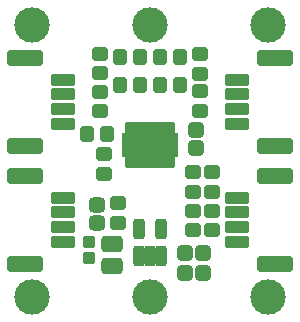
<source format=gbr>
%TF.GenerationSoftware,KiCad,Pcbnew,7.0.10-7.0.10~ubuntu23.04.1*%
%TF.CreationDate,2024-02-12T20:34:04+00:00*%
%TF.ProjectId,TFI2CADT01,54464932-4341-4445-9430-312e6b696361,rev?*%
%TF.SameCoordinates,PX7a53eb0PY6e37550*%
%TF.FileFunction,Soldermask,Bot*%
%TF.FilePolarity,Negative*%
%FSLAX46Y46*%
G04 Gerber Fmt 4.6, Leading zero omitted, Abs format (unit mm)*
G04 Created by KiCad (PCBNEW 7.0.10-7.0.10~ubuntu23.04.1) date 2024-02-12 20:34:04*
%MOMM*%
%LPD*%
G01*
G04 APERTURE LIST*
G04 Aperture macros list*
%AMRoundRect*
0 Rectangle with rounded corners*
0 $1 Rounding radius*
0 $2 $3 $4 $5 $6 $7 $8 $9 X,Y pos of 4 corners*
0 Add a 4 corners polygon primitive as box body*
4,1,4,$2,$3,$4,$5,$6,$7,$8,$9,$2,$3,0*
0 Add four circle primitives for the rounded corners*
1,1,$1+$1,$2,$3*
1,1,$1+$1,$4,$5*
1,1,$1+$1,$6,$7*
1,1,$1+$1,$8,$9*
0 Add four rect primitives between the rounded corners*
20,1,$1+$1,$2,$3,$4,$5,0*
20,1,$1+$1,$4,$5,$6,$7,0*
20,1,$1+$1,$6,$7,$8,$9,0*
20,1,$1+$1,$8,$9,$2,$3,0*%
G04 Aperture macros list end*
%ADD10C,3.000000*%
%ADD11RoundRect,0.300000X0.300000X0.375000X-0.300000X0.375000X-0.300000X-0.375000X0.300000X-0.375000X0*%
%ADD12RoundRect,0.318750X-0.356250X0.318750X-0.356250X-0.318750X0.356250X-0.318750X0.356250X0.318750X0*%
%ADD13RoundRect,0.325000X-0.325000X-0.350000X0.325000X-0.350000X0.325000X0.350000X-0.325000X0.350000X0*%
%ADD14RoundRect,0.200000X0.350000X-0.300000X0.350000X0.300000X-0.350000X0.300000X-0.350000X-0.300000X0*%
%ADD15RoundRect,0.300000X-0.375000X0.300000X-0.375000X-0.300000X0.375000X-0.300000X0.375000X0.300000X0*%
%ADD16RoundRect,0.300000X0.375000X-0.300000X0.375000X0.300000X-0.375000X0.300000X-0.375000X-0.300000X0*%
%ADD17RoundRect,0.300000X-0.300000X-0.375000X0.300000X-0.375000X0.300000X0.375000X-0.300000X0.375000X0*%
%ADD18RoundRect,0.250000X-0.800000X0.250000X-0.800000X-0.250000X0.800000X-0.250000X0.800000X0.250000X0*%
%ADD19RoundRect,0.350000X-1.200000X0.350000X-1.200000X-0.350000X1.200000X-0.350000X1.200000X0.350000X0*%
%ADD20RoundRect,0.250000X0.800000X-0.250000X0.800000X0.250000X-0.800000X0.250000X-0.800000X-0.250000X0*%
%ADD21RoundRect,0.350000X1.200000X-0.350000X1.200000X0.350000X-1.200000X0.350000X-1.200000X-0.350000X0*%
%ADD22RoundRect,0.250000X0.250000X-0.612500X0.250000X0.612500X-0.250000X0.612500X-0.250000X-0.612500X0*%
%ADD23RoundRect,0.200000X-0.125000X0.325000X-0.125000X-0.325000X0.125000X-0.325000X0.125000X0.325000X0*%
%ADD24RoundRect,0.200000X-2.200000X0.830000X-2.200000X-0.830000X2.200000X-0.830000X2.200000X0.830000X0*%
%ADD25RoundRect,0.350000X-0.575000X0.350000X-0.575000X-0.350000X0.575000X-0.350000X0.575000X0.350000X0*%
%ADD26RoundRect,0.325000X-0.350000X0.325000X-0.350000X-0.325000X0.350000X-0.325000X0.350000X0.325000X0*%
G04 APERTURE END LIST*
D10*
%TO.C,M3*%
X2500000Y0D03*
%TD*%
%TO.C,M4*%
X2500000Y23000000D03*
%TD*%
%TO.C,M5*%
X22500000Y23000000D03*
%TD*%
%TO.C,M2*%
X12500000Y23000000D03*
%TD*%
%TO.C,M6*%
X22500000Y0D03*
%TD*%
%TO.C,M1*%
X12500000Y0D03*
%TD*%
D11*
%TO.C,R7*%
X15025000Y20269200D03*
X13375000Y20269200D03*
%TD*%
D12*
%TO.C,D1*%
X8000000Y7787500D03*
X8000000Y6212500D03*
%TD*%
D13*
%TO.C,C2*%
X15430200Y2032000D03*
X16980200Y2032000D03*
%TD*%
D14*
%TO.C,D2*%
X7366000Y4637000D03*
X7366000Y3237000D03*
%TD*%
D15*
%TO.C,R5*%
X17780000Y7288800D03*
X17780000Y5638800D03*
%TD*%
D16*
%TO.C,R16*%
X16129000Y8890000D03*
X16129000Y10540000D03*
%TD*%
D13*
%TO.C,C3*%
X15430200Y3694000D03*
X16980200Y3694000D03*
%TD*%
D15*
%TO.C,R15*%
X8255000Y20547600D03*
X8255000Y18897600D03*
%TD*%
D17*
%TO.C,R12*%
X9975000Y17907000D03*
X11625000Y17907000D03*
%TD*%
D18*
%TO.C,J5*%
X19850000Y18375000D03*
X19850000Y17125000D03*
X19850000Y15875000D03*
X19850000Y14625000D03*
D19*
X23050000Y20225000D03*
X23050000Y12775000D03*
%TD*%
D15*
%TO.C,R8*%
X16764000Y20535400D03*
X16764000Y18885400D03*
%TD*%
D20*
%TO.C,J1*%
X5150000Y4625000D03*
X5150000Y5875000D03*
X5150000Y7125000D03*
X5150000Y8375000D03*
D21*
X1950000Y2775000D03*
X1950000Y10225000D03*
%TD*%
D17*
%TO.C,R14*%
X9975000Y20269200D03*
X11625000Y20269200D03*
%TD*%
D22*
%TO.C,U1*%
X13446800Y3434500D03*
X12496800Y3434500D03*
X11546800Y3434500D03*
X11546800Y5709500D03*
X13446800Y5709500D03*
%TD*%
D16*
%TO.C,R13*%
X8255000Y15697200D03*
X8255000Y17347200D03*
%TD*%
%TO.C,R1*%
X9804400Y6236200D03*
X9804400Y7886200D03*
%TD*%
D15*
%TO.C,R6*%
X16103600Y7264400D03*
X16103600Y5614400D03*
%TD*%
%TO.C,R2*%
X8636000Y12051800D03*
X8636000Y10401800D03*
%TD*%
D11*
%TO.C,R9*%
X15025000Y17907000D03*
X13375000Y17907000D03*
%TD*%
%TO.C,R3*%
X8826000Y13766800D03*
X7176000Y13766800D03*
%TD*%
D16*
%TO.C,R17*%
X17780000Y8890000D03*
X17780000Y10540000D03*
%TD*%
D18*
%TO.C,J3*%
X19850000Y8375000D03*
X19850000Y7125000D03*
X19850000Y5875000D03*
X19850000Y4625000D03*
D19*
X23050000Y10225000D03*
X23050000Y2775000D03*
%TD*%
D20*
%TO.C,J2*%
X5150000Y14625000D03*
X5150000Y15875000D03*
X5150000Y17125000D03*
X5150000Y18375000D03*
D21*
X1950000Y12775000D03*
X1950000Y20225000D03*
%TD*%
D23*
%TO.C,U2*%
X10750000Y14277400D03*
X11250000Y14277400D03*
X11750000Y14277400D03*
X12250000Y14277400D03*
X12750000Y14277400D03*
X13250000Y14277400D03*
X13750000Y14277400D03*
X14250000Y14277400D03*
X14250000Y11427400D03*
X13750000Y11427400D03*
X13250000Y11427400D03*
X12750000Y11427400D03*
X12250000Y11427400D03*
X11750000Y11427400D03*
X11250000Y11427400D03*
X10750000Y11427400D03*
D24*
X12500000Y12852400D03*
%TD*%
D25*
%TO.C,C1*%
X9245600Y4455200D03*
X9245600Y2555200D03*
%TD*%
D16*
%TO.C,R10*%
X16764000Y15735800D03*
X16764000Y17385800D03*
%TD*%
D26*
%TO.C,C4*%
X16383000Y14097000D03*
X16383000Y12547000D03*
%TD*%
M02*

</source>
